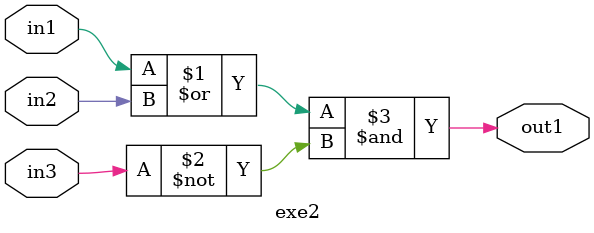
<source format=sv>
/*
2) Crie um módulo que implementa o circuito abaixo. Crie um testbench que testa
todas as combinações de entradas e mostra as saídas.
*/

module exe2 (
    input logic in1, in2, in3,
    output logic out1
);
    assign out1 = (in1 | in2) & (~in3); 
endmodule
</source>
